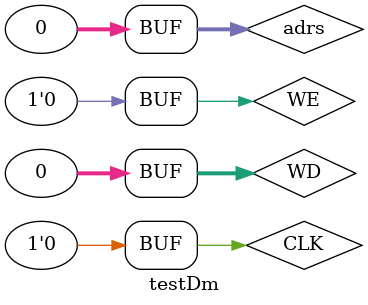
<source format=v>
`timescale 1ns / 1ps


module testDm;

	// Inputs
	reg CLK;
	reg WE;
	reg [31:0] adrs;
	reg [31:0] WD;

	// Outputs
	wire [31:0] rData;

	// Instantiate the Unit Under Test (UUT)
	dMem uut (
		.CLK(CLK), 
		.WE(WE), 
		.adrs(adrs), 
		.WD(WD), 
		.rData(rData)
	);

	initial begin
		// Initialize Inputs
		CLK = 0;
		WE = 0;
		adrs = 0;
		WD = 0;

		// Wait 100 ns for global reset to finish
		#10;
        
		// Add stimulus here

	end
      
endmodule


</source>
